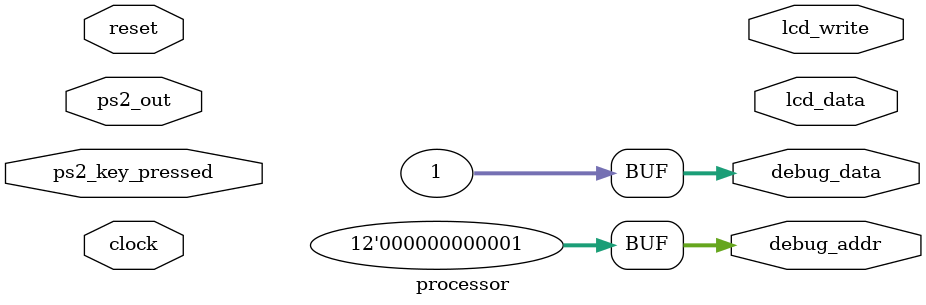
<source format=v>
module processor(clock, reset, ps2_key_pressed, ps2_out, lcd_write, lcd_data, debug_data, debug_addr);

	input 			clock, reset, ps2_key_pressed;
	input 	[7:0]	ps2_out;
	
	output 			lcd_write;
	output 	[31:0] 	lcd_data;
	
	// GRADER OUTPUTS - YOU MUST CONNECT TO YOUR DMEM
	output 	[31:0] 	debug_data;
	output	[11:0]	debug_addr;
	
	
	// your processor here
	//
	
	//////////////////////////////////////
	////// THIS IS REQUIRED FOR GRADING
	// CHANGE THIS TO ASSIGN YOUR DMEM WRITE ADDRESS ALSO TO debug_addr
	assign debug_addr = (12'b000000000001);
	// CHANGE THIS TO ASSIGN YOUR DMEM DATA INPUT (TO BE WRITTEN) ALSO TO debug_data
	assign debug_data = (12'b000000000001);
	////////////////////////////////////////////////////////////
	
	/**
	FETCH stage
	**/
	//Instruction Wires
	wire[31:0] instruction_wire;
	
	//Program Counter
	wire[31:0] program_counter_input,program_counter_output;
	register program_counter(program_counter_input,program_counter_output,1'b1,1'b0,clock);
	wire[31:0] next_program_counter;
	carry_select_adder add_program_counter(program_counter_output, 32'b0, next_program_counter, 1'b1); //CHECK IF THIS IS +1 or +4
	
	//fetch_decode_latch
	wire[31:0] fd_ir_output,fd_pc_output;
	latch_350 fetch_decode_latch(.input_A(32'b0),.input_B(32'b0),.program_counter(next_program_counter),.instruction(instruction_wire),.clock(clock),.output_PC(fd_pc_output),.output_ins(fd_ir_output));
	
	
	//Register File 
	wire write_enable;
	wire[4:0] write_reg,read_reg_A,read_reg_B;
	wire[31:0] write_data,read_A_data, read_B_data;
	regfile register_file(clock, write_enable, reset, write_reg, read_reg_A, read_reg_B, write_data, read_A_data, read_B_data);
	
	control_decode con_decode(fd_ir_output,read_reg_A,read_reg_B);
	
	//decode_execute_latch
	wire[31:0] de_ir_output,de_pc_output,de_A_output,de_B_output;
	latch_350 decode_execute_latch(.input_A(read_A_data),.input_B(read_B_data),.program_counter(fd_pc_output),.instruction(fd_ir_output),.clock(clock),.output_A(de_A_output),.output_B(de_B_output),.output_PC(de_pc_output),.output_ins(de_ir_output));
	
	
	
	
	
	
		
	// You'll need to change where the dmem and imem read and write...
	dmem mydmem(	.address	(debug_addr),
					.clock		(clock),
					.data		(debug_data),
					.wren		(1'b1) //,	//need to fix this!
					//.q			(wherever_you_want) // change where output q goes...
	);
	
	imem myimem(	.address 	(program_counter_output[11:0]),
					.clken		(1'b1),
					.clock		(clock),
					.q			(instruction_wire) // change where output q goes...
	); 
	
	

	
endmodule

</source>
